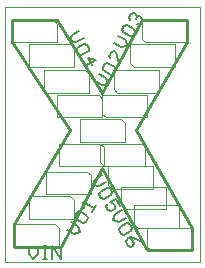
<source format=gto>
G75*
%MOIN*%
%OFA0B0*%
%FSLAX24Y24*%
%IPPOS*%
%LPD*%
%AMOC8*
5,1,8,0,0,1.08239X$1,22.5*
%
%ADD10C,0.0000*%
%ADD11C,0.0100*%
%ADD12C,0.0040*%
%ADD13C,0.0080*%
D10*
X002392Y002517D02*
X002392Y011017D01*
X008892Y011017D01*
X008892Y002517D01*
X002392Y002517D01*
D11*
X002704Y003017D02*
X002704Y003767D01*
X004579Y006892D01*
X002642Y009829D01*
X002642Y010579D01*
X004142Y010579D01*
X005642Y008142D01*
X006954Y010579D01*
X008454Y010579D01*
X008454Y009829D01*
X006767Y006892D01*
X008642Y003642D01*
X008642Y002892D01*
X007142Y002892D01*
X005642Y005642D01*
X004267Y003017D01*
X002704Y003017D01*
D12*
X002704Y003767D01*
X004079Y003767D01*
X004204Y003642D01*
X004204Y003017D01*
X002704Y003017D01*
X003204Y003954D02*
X003204Y004704D01*
X004579Y004704D01*
X004704Y004579D01*
X004704Y003954D01*
X003204Y003954D01*
X003767Y004767D02*
X003767Y005517D01*
X005142Y005517D01*
X005267Y005392D01*
X005267Y004767D01*
X003767Y004767D01*
X004204Y005704D02*
X004204Y006454D01*
X005579Y006454D01*
X007079Y006454D01*
X007079Y005704D01*
X005704Y005704D01*
X005579Y005829D01*
X005579Y006454D01*
X005704Y006329D01*
X005704Y005704D01*
X004204Y005704D01*
X004892Y006517D02*
X004892Y007267D01*
X006267Y007267D01*
X006392Y007142D01*
X006392Y006517D01*
X004892Y006517D01*
X005642Y007329D02*
X004142Y007329D01*
X004142Y008079D01*
X005517Y008079D01*
X005642Y007954D01*
X005642Y007329D01*
X005767Y007329D02*
X005642Y007454D01*
X005642Y008079D01*
X007142Y008079D01*
X007142Y007329D01*
X005767Y007329D01*
X006142Y008142D02*
X006017Y008267D01*
X006017Y008892D01*
X007517Y008892D01*
X007517Y008142D01*
X006142Y008142D01*
X006704Y009017D02*
X006579Y009142D01*
X006579Y009767D01*
X008079Y009767D01*
X008079Y009017D01*
X006704Y009017D01*
X007079Y009829D02*
X006954Y009954D01*
X006954Y010579D01*
X008454Y010579D01*
X008454Y009829D01*
X007079Y009829D01*
X005204Y008767D02*
X005204Y008142D01*
X003704Y008142D01*
X003704Y008892D01*
X005079Y008892D01*
X005204Y008767D01*
X004704Y009017D02*
X003204Y009017D01*
X003204Y009767D01*
X004579Y009767D01*
X004704Y009642D01*
X004704Y009017D01*
X004142Y009829D02*
X002642Y009829D01*
X002642Y010579D01*
X004017Y010579D01*
X004142Y010454D01*
X004142Y009829D01*
X005829Y005704D02*
X007329Y005704D01*
X007329Y004954D01*
X005954Y004954D01*
X005829Y005079D01*
X005829Y005704D01*
X006267Y005017D02*
X007767Y005017D01*
X007767Y004267D01*
X006392Y004267D01*
X006267Y004392D01*
X006267Y005017D01*
X006704Y004392D02*
X008204Y004392D01*
X008204Y003642D01*
X006829Y003642D01*
X006704Y003767D01*
X006704Y004392D01*
X007142Y003642D02*
X008642Y003642D01*
X008642Y002892D01*
X007267Y002892D01*
X007142Y003017D01*
X007142Y003642D01*
D13*
X006898Y003189D02*
X006767Y003275D01*
X006576Y003327D01*
X006681Y003145D01*
X006655Y003049D01*
X006594Y003014D01*
X006499Y003040D01*
X006429Y003161D01*
X006454Y003257D01*
X006576Y003327D01*
X006364Y003413D02*
X006607Y003553D01*
X006633Y003648D01*
X006562Y003770D01*
X006467Y003795D01*
X006224Y003655D01*
X006198Y003560D01*
X006268Y003438D01*
X006364Y003413D01*
X006195Y003846D02*
X006003Y003898D01*
X006055Y004089D01*
X006297Y004229D01*
X006233Y004375D02*
X006093Y004618D01*
X005911Y004513D01*
X006041Y004427D01*
X006076Y004366D01*
X006051Y004270D01*
X005929Y004200D01*
X005834Y004226D01*
X005764Y004347D01*
X005789Y004443D01*
X005699Y004599D02*
X005942Y004739D01*
X005967Y004835D01*
X005897Y004956D01*
X005802Y004982D01*
X005559Y004842D01*
X005533Y004746D01*
X005603Y004624D01*
X005699Y004599D01*
X005424Y004415D02*
X005284Y004173D01*
X005354Y004294D02*
X004990Y004504D01*
X005041Y004313D01*
X004891Y004192D02*
X005133Y004052D01*
X005159Y003956D01*
X005089Y003835D01*
X004993Y003809D01*
X004751Y003949D01*
X004725Y004045D01*
X004795Y004166D01*
X004891Y004192D01*
X004600Y003828D02*
X004842Y003688D01*
X004894Y003497D01*
X004702Y003445D01*
X004460Y003585D01*
X004252Y003040D02*
X004252Y002619D01*
X003971Y003040D01*
X003971Y002619D01*
X003804Y002619D02*
X003664Y002619D01*
X003734Y002619D02*
X003734Y003040D01*
X003664Y003040D02*
X003804Y003040D01*
X003484Y003040D02*
X003484Y002759D01*
X003344Y002619D01*
X003204Y002759D01*
X003204Y003040D01*
X005338Y005084D02*
X005530Y005033D01*
X005772Y005173D01*
X005632Y005415D02*
X005389Y005275D01*
X005338Y005084D01*
X006195Y003846D02*
X006437Y003987D01*
X005624Y008388D02*
X005815Y008439D01*
X005764Y008631D01*
X005521Y008771D01*
X005672Y008892D02*
X005915Y008752D01*
X006011Y008777D01*
X006081Y008899D01*
X006055Y008994D01*
X005812Y009135D01*
X005717Y009109D01*
X005647Y008988D01*
X005672Y008892D01*
X005291Y009067D02*
X005151Y009310D01*
X005438Y009233D01*
X005074Y009023D01*
X004940Y009396D02*
X004844Y009421D01*
X004774Y009543D01*
X004800Y009638D01*
X005042Y009778D01*
X005138Y009753D01*
X005208Y009631D01*
X005182Y009536D01*
X004940Y009396D01*
X004770Y009829D02*
X005013Y009970D01*
X004873Y010212D02*
X004630Y010072D01*
X004579Y009881D01*
X004770Y009829D01*
X005877Y009386D02*
X005902Y009291D01*
X005877Y009386D02*
X005947Y009508D01*
X006042Y009533D01*
X006103Y009498D01*
X006206Y009115D01*
X006346Y009358D01*
X006279Y009664D02*
X006470Y009716D01*
X006419Y009907D01*
X006176Y010047D01*
X006327Y010168D02*
X006301Y010264D01*
X006371Y010385D01*
X006467Y010411D01*
X006710Y010271D01*
X006735Y010175D01*
X006665Y010054D01*
X006569Y010028D01*
X006327Y010168D01*
X006557Y010567D02*
X006531Y010662D01*
X006601Y010784D01*
X006697Y010809D01*
X006758Y010774D01*
X006783Y010679D01*
X006879Y010704D01*
X006940Y010669D01*
X006965Y010574D01*
X006895Y010452D01*
X006800Y010427D01*
X006748Y010618D02*
X006783Y010679D01*
X006279Y009664D02*
X006036Y009804D01*
X005381Y008528D02*
X005624Y008388D01*
M02*

</source>
